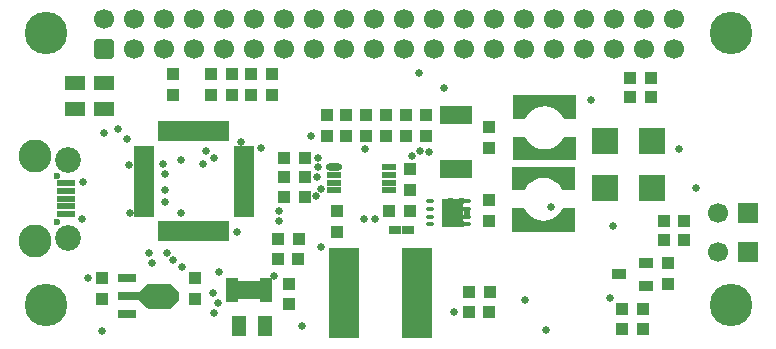
<source format=gts>
G04*
G04 #@! TF.GenerationSoftware,Altium Limited,Altium Designer,20.2.5 (213)*
G04*
G04 Layer_Color=8388736*
%FSLAX42Y42*%
%MOMM*%
G71*
G04*
G04 #@! TF.SameCoordinates,6F224850-DB23-45E0-B5EC-48CDDA7698CB*
G04*
G04*
G04 #@! TF.FilePolarity,Negative*
G04*
G01*
G75*
G04:AMPARAMS|DCode=35|XSize=0.3mm|YSize=0.6mm|CornerRadius=0.05mm|HoleSize=0mm|Usage=FLASHONLY|Rotation=270.000|XOffset=0mm|YOffset=0mm|HoleType=Round|Shape=RoundedRectangle|*
%AMROUNDEDRECTD35*
21,1,0.30,0.50,0,0,270.0*
21,1,0.20,0.60,0,0,270.0*
1,1,0.10,-0.25,-0.10*
1,1,0.10,-0.25,0.10*
1,1,0.10,0.25,0.10*
1,1,0.10,0.25,-0.10*
%
%ADD35ROUNDEDRECTD35*%
%ADD42R,1.15X0.85*%
%ADD43R,1.00X1.00*%
%ADD44R,1.68X0.50*%
%ADD45R,0.50X1.68*%
G04:AMPARAMS|DCode=46|XSize=2.6mm|YSize=7.7mm|CornerRadius=0.15mm|HoleSize=0mm|Usage=FLASHONLY|Rotation=0.000|XOffset=0mm|YOffset=0mm|HoleType=Round|Shape=RoundedRectangle|*
%AMROUNDEDRECTD46*
21,1,2.60,7.40,0,0,0.0*
21,1,2.30,7.70,0,0,0.0*
1,1,0.30,1.15,-3.70*
1,1,0.30,-1.15,-3.70*
1,1,0.30,-1.15,3.70*
1,1,0.30,1.15,3.70*
%
%ADD46ROUNDEDRECTD46*%
%ADD47R,1.60X0.80*%
%ADD48R,2.00X0.80*%
%ADD49R,1.00X1.00*%
%ADD50R,1.30X0.60*%
G04:AMPARAMS|DCode=51|XSize=0.6mm|YSize=1.3mm|CornerRadius=0.2mm|HoleSize=0mm|Usage=FLASHONLY|Rotation=90.000|XOffset=0mm|YOffset=0mm|HoleType=Round|Shape=RoundedRectangle|*
%AMROUNDEDRECTD51*
21,1,0.60,0.90,0,0,90.0*
21,1,0.20,1.30,0,0,90.0*
1,1,0.40,0.45,0.10*
1,1,0.40,0.45,-0.10*
1,1,0.40,-0.45,-0.10*
1,1,0.40,-0.45,0.10*
%
%ADD51ROUNDEDRECTD51*%
%ADD52R,1.04X0.47*%
%ADD53R,1.83X1.63*%
%ADD54R,2.80X1.60*%
%ADD55R,0.70X0.70*%
%ADD56R,1.55X0.60*%
%ADD57R,1.20X1.70*%
%ADD58R,1.70X1.20*%
%ADD59R,1.00X0.80*%
%ADD60R,2.20X2.20*%
%ADD61C,1.70*%
G04:AMPARAMS|DCode=62|XSize=1.7mm|YSize=1.7mm|CornerRadius=0.33mm|HoleSize=0mm|Usage=FLASHONLY|Rotation=0.000|XOffset=0mm|YOffset=0mm|HoleType=Round|Shape=RoundedRectangle|*
%AMROUNDEDRECTD62*
21,1,1.70,1.05,0,0,0.0*
21,1,1.05,1.70,0,0,0.0*
1,1,0.65,0.53,-0.53*
1,1,0.65,-0.53,-0.53*
1,1,0.65,-0.53,0.53*
1,1,0.65,0.53,0.53*
%
%ADD62ROUNDEDRECTD62*%
%ADD63R,1.70X1.70*%
%ADD64C,2.79*%
%ADD65C,2.17*%
%ADD66C,0.60*%
%ADD67C,3.60*%
%ADD68C,0.65*%
%ADD69C,0.60*%
G36*
X4835Y1925D02*
X4734D01*
X4720Y1950D01*
X4698Y1978D01*
X4670Y2000D01*
X4639Y2017D01*
X4605Y2027D01*
X4570Y2031D01*
X4535Y2027D01*
X4501Y2017D01*
X4470Y2000D01*
X4442Y1978D01*
X4420Y1950D01*
X4406Y1925D01*
X4305D01*
Y2125D01*
X4835D01*
Y1925D01*
D02*
G37*
G36*
Y1575D02*
X4305D01*
Y1775D01*
X4406D01*
X4420Y1750D01*
X4442Y1722D01*
X4470Y1700D01*
X4501Y1683D01*
X4535Y1673D01*
X4570Y1669D01*
X4605Y1673D01*
X4639Y1683D01*
X4670Y1700D01*
X4698Y1722D01*
X4720Y1750D01*
X4734Y1775D01*
X4835D01*
Y1575D01*
D02*
G37*
G36*
X4825Y1320D02*
X4724D01*
X4710Y1345D01*
X4688Y1373D01*
X4660Y1395D01*
X4629Y1412D01*
X4595Y1422D01*
X4560Y1426D01*
X4525Y1422D01*
X4491Y1412D01*
X4460Y1395D01*
X4432Y1373D01*
X4410Y1345D01*
X4396Y1320D01*
X4295D01*
Y1520D01*
X4825D01*
Y1320D01*
D02*
G37*
G36*
X3875Y1252D02*
X3876Y1250D01*
X3877Y1248D01*
X3877Y1248D01*
Y1243D01*
X3935D01*
X3936Y1243D01*
X3938Y1242D01*
X3940Y1240D01*
X3940Y1238D01*
X3940Y1238D01*
Y1218D01*
X3940Y1217D01*
X3940Y1215D01*
X3938Y1213D01*
X3936Y1212D01*
X3935Y1212D01*
X3877D01*
Y1177D01*
X3935D01*
Y1177D01*
X3936Y1177D01*
X3938Y1177D01*
X3940Y1175D01*
X3940Y1173D01*
X3940Y1173D01*
Y1152D01*
X3940Y1152D01*
X3940Y1150D01*
X3938Y1148D01*
X3936Y1147D01*
X3935Y1148D01*
X3877D01*
Y1112D01*
X3935D01*
X3936Y1112D01*
X3938Y1112D01*
X3940Y1110D01*
X3940Y1108D01*
X3940Y1107D01*
Y1088D01*
X3940Y1087D01*
X3940Y1085D01*
X3938Y1083D01*
X3936Y1082D01*
X3935Y1082D01*
X3877D01*
Y1048D01*
X3935D01*
Y1048D01*
X3936Y1048D01*
X3938Y1047D01*
X3940Y1045D01*
X3940Y1043D01*
X3940Y1043D01*
Y1023D01*
X3940Y1022D01*
X3940Y1020D01*
X3938Y1018D01*
X3936Y1017D01*
X3935Y1018D01*
X3877D01*
Y1012D01*
X3877Y1012D01*
X3876Y1010D01*
X3875Y1008D01*
X3873Y1007D01*
X3872Y1007D01*
X3704D01*
Y1007D01*
X3704D01*
X3704Y1007D01*
X3702Y1008D01*
X3700Y1010D01*
X3699Y1012D01*
X3699Y1012D01*
X3699Y1248D01*
X3699Y1248D01*
X3699Y1248D01*
X3700Y1250D01*
X3702Y1252D01*
X3704Y1252D01*
X3704Y1252D01*
X3872Y1252D01*
Y1252D01*
X3873Y1252D01*
X3875Y1252D01*
D02*
G37*
G36*
X4825Y970D02*
X4295D01*
Y1170D01*
X4396D01*
X4410Y1145D01*
X4432Y1117D01*
X4460Y1095D01*
X4491Y1078D01*
X4525Y1068D01*
X4560Y1064D01*
X4595Y1068D01*
X4629Y1078D01*
X4660Y1095D01*
X4688Y1117D01*
X4710Y1145D01*
X4724Y1170D01*
X4825D01*
Y970D01*
D02*
G37*
G36*
X1404Y530D02*
X1405Y530D01*
X1406Y529D01*
X1408Y529D01*
X1409Y528D01*
X1410Y527D01*
X1475Y462D01*
X1476Y461D01*
X1476Y460D01*
X1477Y459D01*
X1477Y458D01*
X1478Y456D01*
X1478Y455D01*
Y395D01*
X1478Y394D01*
X1477Y392D01*
X1477Y391D01*
X1476Y390D01*
X1476Y389D01*
X1475Y388D01*
X1410Y323D01*
X1409Y322D01*
X1408Y321D01*
X1406Y321D01*
X1405Y320D01*
X1404Y320D01*
X1402Y320D01*
X1212D01*
X1211Y320D01*
X1210Y320D01*
X1209Y321D01*
X1207Y321D01*
X1206Y322D01*
X1205Y323D01*
X1140Y388D01*
X1139Y389D01*
X1139Y390D01*
X1138Y391D01*
X1138Y392D01*
X1137Y394D01*
X1137Y395D01*
Y455D01*
X1137Y456D01*
X1138Y458D01*
X1138Y459D01*
X1139Y460D01*
X1139Y461D01*
X1140Y462D01*
X1205Y527D01*
X1206Y528D01*
X1207Y529D01*
X1209Y529D01*
X1210Y530D01*
X1211Y530D01*
X1212Y530D01*
X1402D01*
X1404Y530D01*
D02*
G37*
D35*
X3910Y1227D02*
D03*
Y1162D02*
D03*
Y1098D02*
D03*
Y1032D02*
D03*
X3601D02*
D03*
Y1098D02*
D03*
Y1162D02*
D03*
Y1227D02*
D03*
D42*
X5202Y610D02*
D03*
X5432Y705D02*
D03*
Y515D02*
D03*
D43*
X5403Y315D02*
D03*
X5228D02*
D03*
X4102Y290D02*
D03*
X3927D02*
D03*
X4105Y457D02*
D03*
X3930D02*
D03*
X5293Y2110D02*
D03*
X5468D02*
D03*
X2485Y740D02*
D03*
X2310D02*
D03*
X2488Y905D02*
D03*
X2312D02*
D03*
X3255Y1143D02*
D03*
X3430D02*
D03*
X2542Y1432D02*
D03*
X2367D02*
D03*
X2365Y1267D02*
D03*
X2540D02*
D03*
X2365Y1598D02*
D03*
X2540D02*
D03*
X5753Y1065D02*
D03*
X5578D02*
D03*
X5293Y2275D02*
D03*
X5468D02*
D03*
X5578Y900D02*
D03*
X5753D02*
D03*
X5225Y143D02*
D03*
X5400D02*
D03*
D44*
X1176Y1675D02*
D03*
Y1625D02*
D03*
Y1575D02*
D03*
Y1525D02*
D03*
Y1475D02*
D03*
Y1425D02*
D03*
Y1375D02*
D03*
Y1325D02*
D03*
Y1275D02*
D03*
Y1225D02*
D03*
Y1175D02*
D03*
Y1125D02*
D03*
X2024D02*
D03*
Y1175D02*
D03*
Y1225D02*
D03*
Y1275D02*
D03*
Y1325D02*
D03*
Y1375D02*
D03*
Y1425D02*
D03*
Y1475D02*
D03*
Y1525D02*
D03*
Y1575D02*
D03*
Y1625D02*
D03*
Y1675D02*
D03*
D45*
X1325Y976D02*
D03*
X1375D02*
D03*
X1425D02*
D03*
X1475D02*
D03*
X1525D02*
D03*
X1575D02*
D03*
X1625D02*
D03*
X1675D02*
D03*
X1725D02*
D03*
X1775D02*
D03*
X1825D02*
D03*
X1875D02*
D03*
Y1824D02*
D03*
X1825D02*
D03*
X1775D02*
D03*
X1725D02*
D03*
X1675D02*
D03*
X1625D02*
D03*
X1575D02*
D03*
X1525D02*
D03*
X1475D02*
D03*
X1425D02*
D03*
X1375D02*
D03*
X1325D02*
D03*
D46*
X3490Y450D02*
D03*
X2870D02*
D03*
D47*
X1038Y575D02*
D03*
Y275D02*
D03*
D48*
X1057Y425D02*
D03*
D49*
X2725Y1783D02*
D03*
Y1958D02*
D03*
X5615Y528D02*
D03*
Y703D02*
D03*
X3568Y1957D02*
D03*
Y1782D02*
D03*
X2813Y1142D02*
D03*
Y967D02*
D03*
X3060Y1957D02*
D03*
Y1782D02*
D03*
X2890Y1957D02*
D03*
Y1782D02*
D03*
X2403Y530D02*
D03*
Y355D02*
D03*
X3400Y1783D02*
D03*
Y1958D02*
D03*
X4095Y1680D02*
D03*
Y1855D02*
D03*
X3430Y1328D02*
D03*
Y1503D02*
D03*
X4100Y1237D02*
D03*
Y1062D02*
D03*
X3230Y1783D02*
D03*
Y1958D02*
D03*
X1610Y577D02*
D03*
Y402D02*
D03*
X825Y576D02*
D03*
Y401D02*
D03*
X2260Y2302D02*
D03*
Y2127D02*
D03*
X2088Y2302D02*
D03*
Y2127D02*
D03*
X1425Y2302D02*
D03*
Y2127D02*
D03*
X1920Y2304D02*
D03*
Y2129D02*
D03*
X1745Y2302D02*
D03*
Y2127D02*
D03*
D50*
X3253Y1320D02*
D03*
Y1385D02*
D03*
Y1450D02*
D03*
Y1515D02*
D03*
X2783Y1320D02*
D03*
Y1385D02*
D03*
Y1450D02*
D03*
D51*
Y1515D02*
D03*
D52*
X1924Y555D02*
D03*
Y505D02*
D03*
Y455D02*
D03*
Y405D02*
D03*
X2211D02*
D03*
Y455D02*
D03*
Y505D02*
D03*
Y555D02*
D03*
D53*
X2067Y480D02*
D03*
D54*
X3820Y1500D02*
D03*
Y1960D02*
D03*
D55*
X4570Y1617D02*
D03*
Y2085D02*
D03*
X4560Y1012D02*
D03*
Y1480D02*
D03*
D56*
X522Y1380D02*
D03*
Y1315D02*
D03*
Y1250D02*
D03*
Y1185D02*
D03*
Y1120D02*
D03*
D57*
X1983Y175D02*
D03*
X2202D02*
D03*
D58*
X843Y2012D02*
D03*
Y2233D02*
D03*
X597Y2010D02*
D03*
Y2230D02*
D03*
D59*
X3303Y982D02*
D03*
X3412D02*
D03*
D60*
X5480Y1740D02*
D03*
X5080D02*
D03*
X5480Y1340D02*
D03*
X5080D02*
D03*
D61*
X4144Y2775D02*
D03*
X4398D02*
D03*
X4652D02*
D03*
X4906D02*
D03*
X5668D02*
D03*
X5414D02*
D03*
X5160D02*
D03*
Y2521D02*
D03*
X5414D02*
D03*
X5668D02*
D03*
X4906D02*
D03*
X4652D02*
D03*
X4398D02*
D03*
X4144D02*
D03*
X2112D02*
D03*
X1096D02*
D03*
X2366D02*
D03*
X1350D02*
D03*
X2620D02*
D03*
X1604D02*
D03*
X2874D02*
D03*
X1858D02*
D03*
X3128D02*
D03*
X3890D02*
D03*
X3636D02*
D03*
X3382D02*
D03*
Y2775D02*
D03*
X3636D02*
D03*
X3890D02*
D03*
X3128D02*
D03*
X1858D02*
D03*
X2874D02*
D03*
X1604D02*
D03*
X2620D02*
D03*
X1350D02*
D03*
X2366D02*
D03*
X1096D02*
D03*
X2112D02*
D03*
X842D02*
D03*
X6035Y1130D02*
D03*
X6035Y795D02*
D03*
D62*
X842Y2521D02*
D03*
D63*
X6289Y1130D02*
D03*
X6289Y795D02*
D03*
D64*
X255Y1610D02*
D03*
Y890D02*
D03*
D65*
X535Y1580D02*
D03*
Y920D02*
D03*
D66*
X445Y1445D02*
D03*
Y1055D02*
D03*
D67*
X350Y2650D02*
D03*
Y350D02*
D03*
X6150D02*
D03*
Y2650D02*
D03*
D68*
X3803Y288D02*
D03*
X5124Y409D02*
D03*
X4580Y142D02*
D03*
X4400Y390D02*
D03*
X5150Y1018D02*
D03*
X5850Y1339D02*
D03*
X4967Y2090D02*
D03*
X4628Y1180D02*
D03*
X3715Y2185D02*
D03*
X1817Y630D02*
D03*
X3506Y2317D02*
D03*
X2110Y518D02*
D03*
X653Y1082D02*
D03*
X1680Y1542D02*
D03*
X1706Y1653D02*
D03*
X1489Y1574D02*
D03*
X1360Y1225D02*
D03*
X1998Y1733D02*
D03*
X2512Y173D02*
D03*
X2108Y443D02*
D03*
X2020D02*
D03*
X2023Y515D02*
D03*
X3512Y1652D02*
D03*
X3130Y1080D02*
D03*
X3042D02*
D03*
X3048Y1675D02*
D03*
X3450Y1610D02*
D03*
X3595Y1648D02*
D03*
X2650Y1515D02*
D03*
X2648Y1595D02*
D03*
X2677Y1332D02*
D03*
X5705Y1670D02*
D03*
X1338Y1541D02*
D03*
X1355Y1457D02*
D03*
X1775Y1598D02*
D03*
X2642Y1432D02*
D03*
X2595Y1780D02*
D03*
X2317Y1143D02*
D03*
X1488Y1132D02*
D03*
X2320Y1060D02*
D03*
X2636Y1272D02*
D03*
X1962Y968D02*
D03*
X1377Y788D02*
D03*
X2679Y845D02*
D03*
X700Y575D02*
D03*
X1352Y1323D02*
D03*
X1498Y672D02*
D03*
X1770Y285D02*
D03*
X1248Y710D02*
D03*
X1223Y788D02*
D03*
X1425Y728D02*
D03*
X1808Y370D02*
D03*
X1762Y450D02*
D03*
X2283Y600D02*
D03*
X1060Y1127D02*
D03*
X825Y130D02*
D03*
X843Y1808D02*
D03*
X660Y1390D02*
D03*
X955Y1840D02*
D03*
X1050Y1532D02*
D03*
X1035Y1758D02*
D03*
X2173Y1683D02*
D03*
D69*
X3780Y1227D02*
D03*
X3871D02*
D03*
Y1032D02*
D03*
X3825Y1130D02*
D03*
X3780Y1032D02*
D03*
X3735Y1130D02*
D03*
X3916D02*
D03*
M02*

</source>
